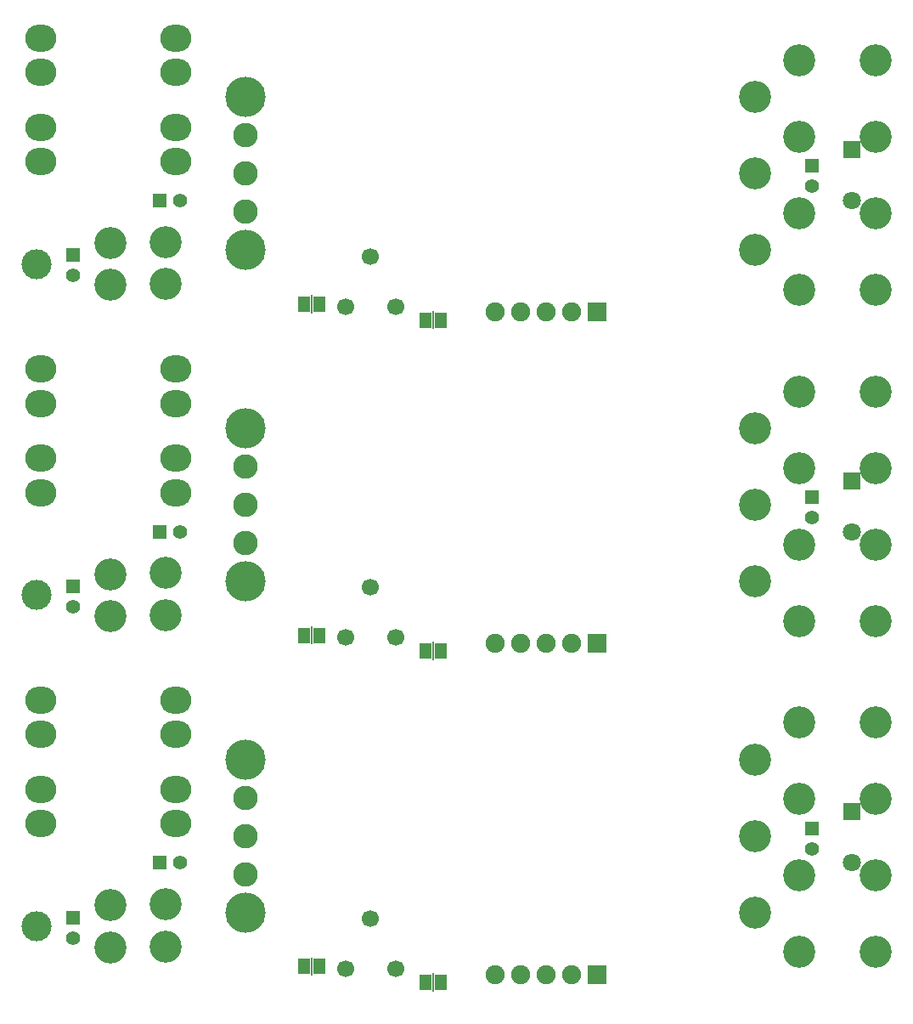
<source format=gbs>
G04 DipTrace 3.2.0.1*
G04 BottomMask.GBS*
%MOIN*%
G04 #@! TF.FileFunction,Soldermask,Bot*
G04 #@! TF.Part,Single*
%ADD33C,0.066929*%
%ADD34R,0.046X0.063*%
%ADD35C,0.11811*%
%ADD46C,0.070866*%
%ADD50R,0.070866X0.070866*%
%ADD51R,0.055118X0.055118*%
%ADD52C,0.055118*%
%ADD53C,0.125984*%
%ADD63O,0.122047X0.106299*%
%ADD65C,0.157874*%
%ADD67C,0.096457*%
%ADD69C,0.125984*%
%ADD71C,0.074803*%
%ADD73R,0.074803X0.074803*%
%FSLAX26Y26*%
G04*
G70*
G90*
G75*
G01*
G04 BotMask*
%LPD*%
D52*
X743110Y550000D3*
D51*
X664370D3*
D73*
X2378740Y112500D3*
D71*
X2278740D3*
X2178740D3*
X2078740D3*
X1978740D3*
D69*
X3001231Y956251D3*
Y656251D3*
Y356251D3*
D67*
X1001231Y656251D3*
Y506251D3*
Y806251D3*
D65*
Y956251D3*
Y356251D3*
D63*
X197491Y1187500D3*
X727806D3*
X197491Y1053642D3*
X727806D3*
D33*
X1491240Y331251D3*
X1589665Y134400D3*
X1392815D3*
G36*
X1255737Y179749D2*
X1261743D1*
Y107749D1*
X1255737D1*
Y179749D1*
G37*
D34*
X1228740Y143749D3*
X1288740D3*
G36*
X1739243Y45251D2*
X1733237D1*
Y117251D1*
X1739243D1*
Y45251D1*
G37*
D34*
X1766240Y81251D3*
X1706240D3*
D63*
X197491Y837500D3*
X727806D3*
X197491Y703642D3*
X727806D3*
D53*
X684990Y387500D3*
Y222146D3*
X468454Y383563D3*
Y218209D3*
D35*
X180906Y300886D3*
D53*
X3472491Y200000D3*
X3172491D3*
X3472491Y500000D3*
X3172491D3*
X3472491Y800000D3*
X3172491D3*
X3472491Y1100000D3*
X3172491D3*
D52*
X322491Y256251D3*
D51*
Y334991D3*
D52*
X3222491Y606251D3*
D51*
Y684991D3*
D46*
X3378740Y550000D3*
D50*
Y750000D3*
D52*
X743110Y1849213D3*
D51*
X664370D3*
D73*
X2378740Y1411713D3*
D71*
X2278740D3*
X2178740D3*
X2078740D3*
X1978740D3*
D69*
X3001231Y2255463D3*
Y1955463D3*
Y1655463D3*
D67*
X1001231Y1955463D3*
Y1805463D3*
Y2105463D3*
D65*
Y2255463D3*
Y1655463D3*
D63*
X197491Y2486713D3*
X727806D3*
X197491Y2352854D3*
X727806D3*
D33*
X1491240Y1630463D3*
X1589665Y1433613D3*
X1392815D3*
G36*
X1255737Y1478962D2*
X1261743D1*
Y1406962D1*
X1255737D1*
Y1478962D1*
G37*
D34*
X1228740Y1442962D3*
X1288740D3*
G36*
X1739243Y1344463D2*
X1733237D1*
Y1416463D1*
X1739243D1*
Y1344463D1*
G37*
D34*
X1766240Y1380463D3*
X1706240D3*
D63*
X197491Y2136713D3*
X727806D3*
X197491Y2002854D3*
X727806D3*
D53*
X684990Y1686713D3*
Y1521358D3*
X468454Y1682776D3*
Y1517421D3*
D35*
X180906Y1600098D3*
D53*
X3472491Y1499213D3*
X3172491D3*
X3472491Y1799213D3*
X3172491D3*
X3472491Y2099213D3*
X3172491D3*
X3472491Y2399213D3*
X3172491D3*
D52*
X322491Y1555463D3*
D51*
Y1634203D3*
D52*
X3222491Y1905463D3*
D51*
Y1984203D3*
D46*
X3378740Y1849213D3*
D50*
Y2049213D3*
D52*
X743110Y3148425D3*
D51*
X664370D3*
D73*
X2378740Y2710925D3*
D71*
X2278740D3*
X2178740D3*
X2078740D3*
X1978740D3*
D69*
X3001231Y3554676D3*
Y3254676D3*
Y2954676D3*
D67*
X1001231Y3254676D3*
Y3104676D3*
Y3404676D3*
D65*
Y3554676D3*
Y2954676D3*
D63*
X197491Y3785925D3*
X727806D3*
X197491Y3652067D3*
X727806D3*
D33*
X1491240Y2929676D3*
X1589665Y2732825D3*
X1392815D3*
G36*
X1255737Y2778175D2*
X1261743D1*
Y2706175D1*
X1255737D1*
Y2778175D1*
G37*
D34*
X1228740Y2742175D3*
X1288740D3*
G36*
X1739243Y2643676D2*
X1733237D1*
Y2715676D1*
X1739243D1*
Y2643676D1*
G37*
D34*
X1766240Y2679676D3*
X1706240D3*
D63*
X197491Y3435925D3*
X727806D3*
X197491Y3302067D3*
X727806D3*
D53*
X684990Y2985925D3*
Y2820571D3*
X468454Y2981988D3*
Y2816634D3*
D35*
X180906Y2899311D3*
D53*
X3472491Y2798425D3*
X3172491D3*
X3472491Y3098425D3*
X3172491D3*
X3472491Y3398425D3*
X3172491D3*
X3472491Y3698425D3*
X3172491D3*
D52*
X322491Y2854676D3*
D51*
Y2933416D3*
D52*
X3222491Y3204676D3*
D51*
Y3283416D3*
D46*
X3378740Y3148425D3*
D50*
Y3348425D3*
M02*

</source>
